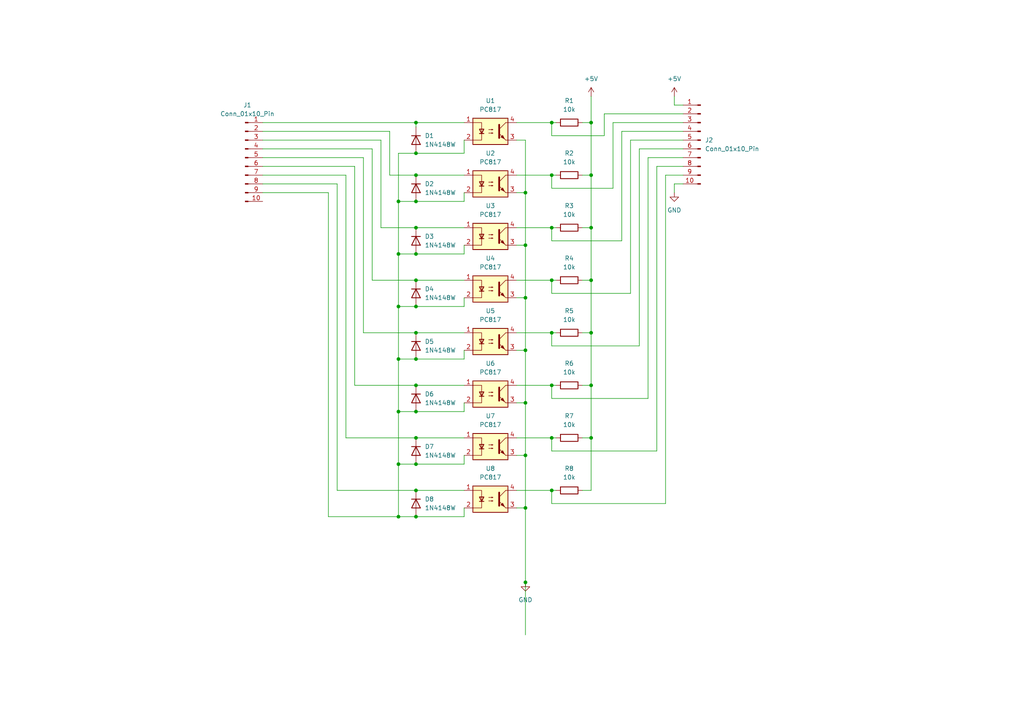
<source format=kicad_sch>
(kicad_sch (version 20231120) (generator "eeschema") (generator_version "8.0")
  (paper "A4")
  (lib_symbols
    (symbol "Connector:Conn_01x10_Pin" (pin_names (offset 1.016) hide)
      (property "Reference" "J" (at 0 12.7 0))
      (property "Value" "Conn_01x10_Pin" (at 0 -15.24 0))
      (symbol "Conn_01x10_Pin_1_1"
        (polyline (pts (xy 1.27 -12.7) (xy 0.8636 -12.7)) (stroke (width 0.1524)))
        (polyline (pts (xy 1.27 -10.16) (xy 0.8636 -10.16)) (stroke (width 0.1524)))
        (polyline (pts (xy 1.27 -7.62) (xy 0.8636 -7.62)) (stroke (width 0.1524)))
        (polyline (pts (xy 1.27 -5.08) (xy 0.8636 -5.08)) (stroke (width 0.1524)))
        (polyline (pts (xy 1.27 -2.54) (xy 0.8636 -2.54)) (stroke (width 0.1524)))
        (polyline (pts (xy 1.27 0) (xy 0.8636 0)) (stroke (width 0.1524)))
        (polyline (pts (xy 1.27 2.54) (xy 0.8636 2.54)) (stroke (width 0.1524)))
        (polyline (pts (xy 1.27 5.08) (xy 0.8636 5.08)) (stroke (width 0.1524)))
        (polyline (pts (xy 1.27 7.62) (xy 0.8636 7.62)) (stroke (width 0.1524)))
        (polyline (pts (xy 1.27 10.16) (xy 0.8636 10.16)) (stroke (width 0.1524)))
        (rectangle (start 0.8636 -12.573) (end 0 -12.827) (stroke (width 0.1524)) (fill (type outline)))
        (rectangle (start 0.8636 -10.033) (end 0 -10.287) (stroke (width 0.1524)) (fill (type outline)))
        (rectangle (start 0.8636 -7.493) (end 0 -7.747) (stroke (width 0.1524)) (fill (type outline)))
        (rectangle (start 0.8636 -4.953) (end 0 -5.207) (stroke (width 0.1524)) (fill (type outline)))
        (rectangle (start 0.8636 -2.413) (end 0 -2.667) (stroke (width 0.1524)) (fill (type outline)))
        (rectangle (start 0.8636 0.127) (end 0 -0.127) (stroke (width 0.1524)) (fill (type outline)))
        (rectangle (start 0.8636 2.667) (end 0 2.413) (stroke (width 0.1524)) (fill (type outline)))
        (rectangle (start 0.8636 5.207) (end 0 4.953) (stroke (width 0.1524)) (fill (type outline)))
        (rectangle (start 0.8636 7.747) (end 0 7.493) (stroke (width 0.1524)) (fill (type outline)))
        (rectangle (start 0.8636 10.287) (end 0 10.033) (stroke (width 0.1524)) (fill (type outline)))
        (pin passive line (at 5.08 10.16 180) (length 3.81) (name "Pin_1") (number "1"))
        (pin passive line (at 5.08 -12.7 180) (length 3.81) (name "Pin_10") (number "10"))
        (pin passive line (at 5.08 7.62 180) (length 3.81) (name "Pin_2") (number "2"))
        (pin passive line (at 5.08 5.08 180) (length 3.81) (name "Pin_3") (number "3"))
        (pin passive line (at 5.08 2.54 180) (length 3.81) (name "Pin_4") (number "4"))
        (pin passive line (at 5.08 0 180) (length 3.81) (name "Pin_5") (number "5"))
        (pin passive line (at 5.08 -2.54 180) (length 3.81) (name "Pin_6") (number "6"))
        (pin passive line (at 5.08 -5.08 180) (length 3.81) (name "Pin_7") (number "7"))
        (pin passive line (at 5.08 -7.62 180) (length 3.81) (name "Pin_8") (number "8"))
        (pin passive line (at 5.08 -10.16 180) (length 3.81) (name "Pin_9") (number "9"))
      )
    )
    (symbol "Device:R" (pin_numbers hide) (pin_names (offset 0))
      (property "Reference" "R" (at 2.032 0 90))
      (property "Value" "R" (at 0 0 90))
      (symbol "R_0_1"
        (rectangle (start -1.016 -2.54) (end 1.016 2.54) (stroke (width 0.254)))
      )
      (symbol "R_1_1"
        (pin passive line (at 0 3.81 270) (length 1.27) (name "~") (number "1"))
        (pin passive line (at 0 -3.81 90) (length 1.27) (name "~") (number "2"))
      )
    )
    (symbol "Diode:1N4148W" (pin_numbers hide) (pin_names hide)
      (property "Reference" "D" (at 0 2.54 0))
      (property "Value" "1N4148W" (at 0 -2.54 0))
      (symbol "1N4148W_0_1"
        (polyline (pts (xy -1.27 1.27) (xy -1.27 -1.27)) (stroke (width 0.254)))
        (polyline (pts (xy 1.27 0) (xy -1.27 0)))
        (polyline (pts (xy 1.27 1.27) (xy 1.27 -1.27) (xy -1.27 0) (xy 1.27 1.27)) (stroke (width 0.254)))
      )
      (symbol "1N4148W_1_1"
        (pin passive line (at -3.81 0 0) (length 2.54) (name "K") (number "1"))
        (pin passive line (at 3.81 0 180) (length 2.54) (name "A") (number "2"))
      )
    )
    (symbol "Isolator:PC817" (pin_names (offset 1.016))
      (property "Reference" "U" (at -5.08 5.08 0))
      (property "Value" "PC817" (at 0 5.08 0))
      (symbol "PC817_0_1"
        (rectangle (start -5.08 3.81) (end 5.08 -3.81) (stroke (width 0.254)) (fill (type background)))
        (polyline (pts (xy -3.175 -0.635) (xy -1.905 -0.635)) (stroke (width 0.254)))
        (polyline (pts (xy 2.54 0.635) (xy 4.445 2.54)))
        (polyline (pts (xy 4.445 -2.54) (xy 2.54 -0.635)) (fill (type outline)))
        (polyline (pts (xy 4.445 -2.54) (xy 5.08 -2.54)))
        (polyline (pts (xy 4.445 2.54) (xy 5.08 2.54)))
        (polyline (pts (xy -5.08 2.54) (xy -2.54 2.54) (xy -2.54 -0.635)))
        (polyline (pts (xy -2.54 -0.635) (xy -2.54 -2.54) (xy -5.08 -2.54)))
        (polyline (pts (xy 2.54 1.905) (xy 2.54 -1.905) (xy 2.54 -1.905)) (stroke (width 0.508)))
        (polyline (pts (xy -2.54 -0.635) (xy -3.175 0.635) (xy -1.905 0.635) (xy -2.54 -0.635)) (stroke (width 0.254)))
        (polyline (pts (xy -0.508 -0.508) (xy 0.762 -0.508) (xy 0.381 -0.635) (xy 0.381 -0.381) (xy 0.762 -0.508)))
        (polyline (pts (xy -0.508 0.508) (xy 0.762 0.508) (xy 0.381 0.381) (xy 0.381 0.635) (xy 0.762 0.508)))
        (polyline (pts (xy 3.048 -1.651) (xy 3.556 -1.143) (xy 4.064 -2.159) (xy 3.048 -1.651) (xy 3.048 -1.651)) (fill (type outline)))
      )
      (symbol "PC817_1_1"
        (pin passive line (at -7.62 2.54 0) (length 2.54) (name "~") (number "1"))
        (pin passive line (at -7.62 -2.54 0) (length 2.54) (name "~") (number "2"))
        (pin passive line (at 7.62 -2.54 180) (length 2.54) (name "~") (number "3"))
        (pin passive line (at 7.62 2.54 180) (length 2.54) (name "~") (number "4"))
      )
    )
    (symbol "power:+5V" (power) (pin_numbers hide) (pin_names (offset 0) hide)
      (property "Value" "+5V" (at 0 3.556 0))
      (symbol "+5V_0_1"
        (polyline (pts (xy -0.762 1.27) (xy 0 2.54)))
        (polyline (pts (xy 0 0) (xy 0 2.54)))
        (polyline (pts (xy 0 2.54) (xy 0.762 1.27)))
      )
      (symbol "+5V_1_1"
        (pin power_in line (at 0 0 90) (length 0) (name "~") (number "1"))
      )
    )
    (symbol "power:GND" (power) (pin_numbers hide) (pin_names (offset 0) hide)
      (property "Value" "GND" (at 0 -3.81 0))
      (symbol "GND_0_1"
        (polyline (pts (xy 0 0) (xy 0 -1.27) (xy 1.27 -1.27) (xy 0 -2.54) (xy -1.27 -1.27) (xy 0 -1.27)))
      )
      (symbol "GND_1_1"
        (pin power_in line (at 0 0 270) (length 0) (name "~") (number "1"))
      )
    )
  )
  (junction (at 120.65 142.24))
  (junction (at 160.02 50.8))
  (junction (at 120.65 66.04))
  (junction (at 152.4 132.08))
  (junction (at 160.02 66.04))
  (junction (at 160.02 35.56))
  (junction (at 120.65 104.14))
  (junction (at 120.65 119.38))
  (junction (at 115.57 119.38))
  (junction (at 120.65 58.42))
  (junction (at 120.65 149.86))
  (junction (at 120.65 111.76))
  (junction (at 120.65 81.28))
  (junction (at 152.4 147.32))
  (junction (at 160.02 111.76))
  (junction (at 120.65 88.9))
  (junction (at 120.65 35.56))
  (junction (at 171.45 66.04))
  (junction (at 160.02 127))
  (junction (at 152.4 168.91))
  (junction (at 120.65 127))
  (junction (at 115.57 104.14))
  (junction (at 152.4 71.12))
  (junction (at 115.57 134.62))
  (junction (at 171.45 127))
  (junction (at 171.45 111.76))
  (junction (at 115.57 88.9))
  (junction (at 160.02 96.52))
  (junction (at 120.65 50.8))
  (junction (at 171.45 81.28))
  (junction (at 115.57 58.42))
  (junction (at 171.45 50.8))
  (junction (at 120.65 44.45))
  (junction (at 152.4 101.6))
  (junction (at 120.65 134.62))
  (junction (at 160.02 142.24))
  (junction (at 120.65 96.52))
  (junction (at 152.4 116.84))
  (junction (at 171.45 96.52))
  (junction (at 115.57 149.86))
  (junction (at 171.45 35.56))
  (junction (at 152.4 86.36))
  (junction (at 115.57 73.66))
  (junction (at 120.65 73.66))
  (junction (at 152.4 55.88))
  (junction (at 160.02 81.28))
  (wire (pts (xy 187.96 45.72) (xy 187.96 115.57)))
  (wire (pts (xy 115.57 134.62) (xy 115.57 149.86)))
  (wire (pts (xy 149.86 142.24) (xy 160.02 142.24)))
  (wire (pts (xy 152.4 101.6) (xy 152.4 116.84)))
  (wire (pts (xy 160.02 96.52) (xy 161.29 96.52)))
  (wire (pts (xy 134.62 73.66) (xy 134.62 71.12)))
  (wire (pts (xy 115.57 73.66) (xy 120.65 73.66)))
  (wire (pts (xy 168.91 142.24) (xy 171.45 142.24)))
  (wire (pts (xy 120.65 66.04) (xy 134.62 66.04)))
  (wire (pts (xy 115.57 119.38) (xy 120.65 119.38)))
  (wire (pts (xy 152.4 168.91) (xy 152.4 184.15)))
  (wire (pts (xy 149.86 71.12) (xy 152.4 71.12)))
  (wire (pts (xy 195.58 53.34) (xy 195.58 55.88)))
  (wire (pts (xy 160.02 85.09) (xy 182.88 85.09)))
  (wire (pts (xy 152.4 116.84) (xy 152.4 132.08)))
  (wire (pts (xy 152.4 55.88) (xy 152.4 71.12)))
  (wire (pts (xy 160.02 50.8) (xy 161.29 50.8)))
  (wire (pts (xy 160.02 35.56) (xy 160.02 39.37)))
  (wire (pts (xy 160.02 54.61) (xy 177.8 54.61)))
  (wire (pts (xy 175.26 33.02) (xy 175.26 39.37)))
  (wire (pts (xy 160.02 66.04) (xy 160.02 69.85)))
  (wire (pts (xy 120.65 88.9) (xy 134.62 88.9)))
  (wire (pts (xy 152.4 86.36) (xy 152.4 101.6)))
  (wire (pts (xy 76.2 48.26) (xy 102.87 48.26)))
  (wire (pts (xy 105.41 96.52) (xy 120.65 96.52)))
  (wire (pts (xy 115.57 119.38) (xy 115.57 134.62)))
  (wire (pts (xy 134.62 88.9) (xy 134.62 86.36)))
  (wire (pts (xy 160.02 127) (xy 161.29 127)))
  (wire (pts (xy 168.91 111.76) (xy 171.45 111.76)))
  (wire (pts (xy 76.2 50.8) (xy 100.33 50.8)))
  (wire (pts (xy 168.91 50.8) (xy 171.45 50.8)))
  (wire (pts (xy 113.03 50.8) (xy 120.65 50.8)))
  (wire (pts (xy 120.65 119.38) (xy 134.62 119.38)))
  (wire (pts (xy 160.02 127) (xy 160.02 130.81)))
  (wire (pts (xy 100.33 127) (xy 120.65 127)))
  (wire (pts (xy 102.87 111.76) (xy 120.65 111.76)))
  (wire (pts (xy 168.91 35.56) (xy 171.45 35.56)))
  (wire (pts (xy 185.42 43.18) (xy 198.12 43.18)))
  (wire (pts (xy 76.2 35.56) (xy 120.65 35.56)))
  (wire (pts (xy 115.57 88.9) (xy 115.57 104.14)))
  (wire (pts (xy 115.57 104.14) (xy 120.65 104.14)))
  (wire (pts (xy 177.8 35.56) (xy 198.12 35.56)))
  (wire (pts (xy 102.87 48.26) (xy 102.87 111.76)))
  (wire (pts (xy 168.91 96.52) (xy 171.45 96.52)))
  (wire (pts (xy 160.02 35.56) (xy 161.29 35.56)))
  (wire (pts (xy 95.25 55.88) (xy 95.25 149.86)))
  (wire (pts (xy 120.65 35.56) (xy 120.65 36.83)))
  (wire (pts (xy 120.65 149.86) (xy 134.62 149.86)))
  (wire (pts (xy 76.2 40.64) (xy 110.49 40.64)))
  (wire (pts (xy 182.88 40.64) (xy 198.12 40.64)))
  (wire (pts (xy 120.65 142.24) (xy 134.62 142.24)))
  (wire (pts (xy 198.12 33.02) (xy 175.26 33.02)))
  (wire (pts (xy 120.65 35.56) (xy 134.62 35.56)))
  (wire (pts (xy 193.04 146.05) (xy 193.04 50.8)))
  (wire (pts (xy 160.02 66.04) (xy 161.29 66.04)))
  (wire (pts (xy 134.62 40.64) (xy 134.62 44.45)))
  (wire (pts (xy 152.4 40.64) (xy 152.4 55.88)))
  (wire (pts (xy 149.86 116.84) (xy 152.4 116.84)))
  (wire (pts (xy 115.57 44.45) (xy 115.57 58.42)))
  (wire (pts (xy 190.5 48.26) (xy 198.12 48.26)))
  (wire (pts (xy 171.45 81.28) (xy 171.45 96.52)))
  (wire (pts (xy 171.45 127) (xy 171.45 142.24)))
  (wire (pts (xy 180.34 69.85) (xy 160.02 69.85)))
  (wire (pts (xy 198.12 30.48) (xy 195.58 30.48)))
  (wire (pts (xy 134.62 104.14) (xy 134.62 101.6)))
  (wire (pts (xy 160.02 81.28) (xy 161.29 81.28)))
  (wire (pts (xy 187.96 45.72) (xy 198.12 45.72)))
  (wire (pts (xy 76.2 45.72) (xy 105.41 45.72)))
  (wire (pts (xy 134.62 149.86) (xy 134.62 147.32)))
  (wire (pts (xy 107.95 43.18) (xy 107.95 81.28)))
  (wire (pts (xy 171.45 27.94) (xy 171.45 35.56)))
  (wire (pts (xy 160.02 100.33) (xy 185.42 100.33)))
  (wire (pts (xy 152.4 71.12) (xy 152.4 86.36)))
  (wire (pts (xy 168.91 66.04) (xy 171.45 66.04)))
  (wire (pts (xy 95.25 149.86) (xy 115.57 149.86)))
  (wire (pts (xy 171.45 111.76) (xy 171.45 127)))
  (wire (pts (xy 160.02 111.76) (xy 160.02 115.57)))
  (wire (pts (xy 152.4 132.08) (xy 152.4 147.32)))
  (wire (pts (xy 107.95 81.28) (xy 120.65 81.28)))
  (wire (pts (xy 185.42 43.18) (xy 185.42 100.33)))
  (wire (pts (xy 160.02 81.28) (xy 160.02 85.09)))
  (wire (pts (xy 171.45 50.8) (xy 171.45 66.04)))
  (wire (pts (xy 115.57 104.14) (xy 115.57 119.38)))
  (wire (pts (xy 105.41 45.72) (xy 105.41 96.52)))
  (wire (pts (xy 76.2 53.34) (xy 97.79 53.34)))
  (wire (pts (xy 120.65 134.62) (xy 134.62 134.62)))
  (wire (pts (xy 149.86 50.8) (xy 160.02 50.8)))
  (wire (pts (xy 160.02 111.76) (xy 161.29 111.76)))
  (wire (pts (xy 160.02 39.37) (xy 175.26 39.37)))
  (wire (pts (xy 149.86 127) (xy 160.02 127)))
  (wire (pts (xy 134.62 134.62) (xy 134.62 132.08)))
  (wire (pts (xy 134.62 58.42) (xy 134.62 55.88)))
  (wire (pts (xy 120.65 111.76) (xy 134.62 111.76)))
  (wire (pts (xy 180.34 38.1) (xy 198.12 38.1)))
  (wire (pts (xy 152.4 147.32) (xy 152.4 168.91)))
  (wire (pts (xy 195.58 30.48) (xy 195.58 27.94)))
  (wire (pts (xy 120.65 73.66) (xy 134.62 73.66)))
  (wire (pts (xy 97.79 53.34) (xy 97.79 142.24)))
  (wire (pts (xy 160.02 142.24) (xy 161.29 142.24)))
  (wire (pts (xy 110.49 40.64) (xy 110.49 66.04)))
  (wire (pts (xy 115.57 88.9) (xy 120.65 88.9)))
  (wire (pts (xy 193.04 50.8) (xy 198.12 50.8)))
  (wire (pts (xy 120.65 81.28) (xy 134.62 81.28)))
  (wire (pts (xy 160.02 115.57) (xy 187.96 115.57)))
  (wire (pts (xy 190.5 130.81) (xy 190.5 48.26)))
  (wire (pts (xy 115.57 73.66) (xy 115.57 88.9)))
  (wire (pts (xy 168.91 127) (xy 171.45 127)))
  (wire (pts (xy 177.8 54.61) (xy 177.8 35.56)))
  (wire (pts (xy 134.62 119.38) (xy 134.62 116.84)))
  (wire (pts (xy 120.65 127) (xy 134.62 127)))
  (wire (pts (xy 160.02 96.52) (xy 160.02 100.33)))
  (wire (pts (xy 76.2 38.1) (xy 113.03 38.1)))
  (wire (pts (xy 115.57 58.42) (xy 120.65 58.42)))
  (wire (pts (xy 120.65 104.14) (xy 134.62 104.14)))
  (wire (pts (xy 198.12 53.34) (xy 195.58 53.34)))
  (wire (pts (xy 149.86 132.08) (xy 152.4 132.08)))
  (wire (pts (xy 171.45 35.56) (xy 171.45 50.8)))
  (wire (pts (xy 115.57 134.62) (xy 120.65 134.62)))
  (wire (pts (xy 149.86 101.6) (xy 152.4 101.6)))
  (wire (pts (xy 160.02 142.24) (xy 160.02 146.05)))
  (wire (pts (xy 149.86 86.36) (xy 152.4 86.36)))
  (wire (pts (xy 120.65 44.45) (xy 134.62 44.45)))
  (wire (pts (xy 168.91 81.28) (xy 171.45 81.28)))
  (wire (pts (xy 149.86 66.04) (xy 160.02 66.04)))
  (wire (pts (xy 115.57 149.86) (xy 120.65 149.86)))
  (wire (pts (xy 180.34 38.1) (xy 180.34 69.85)))
  (wire (pts (xy 97.79 142.24) (xy 120.65 142.24)))
  (wire (pts (xy 115.57 44.45) (xy 120.65 44.45)))
  (wire (pts (xy 120.65 96.52) (xy 134.62 96.52)))
  (wire (pts (xy 115.57 58.42) (xy 115.57 73.66)))
  (wire (pts (xy 160.02 146.05) (xy 193.04 146.05)))
  (wire (pts (xy 149.86 55.88) (xy 152.4 55.88)))
  (wire (pts (xy 149.86 111.76) (xy 160.02 111.76)))
  (wire (pts (xy 171.45 66.04) (xy 171.45 81.28)))
  (wire (pts (xy 110.49 66.04) (xy 120.65 66.04)))
  (wire (pts (xy 160.02 130.81) (xy 190.5 130.81)))
  (wire (pts (xy 149.86 40.64) (xy 152.4 40.64)))
  (wire (pts (xy 76.2 43.18) (xy 107.95 43.18)))
  (wire (pts (xy 182.88 40.64) (xy 182.88 85.09)))
  (wire (pts (xy 113.03 38.1) (xy 113.03 50.8)))
  (wire (pts (xy 100.33 50.8) (xy 100.33 127)))
  (wire (pts (xy 120.65 58.42) (xy 134.62 58.42)))
  (wire (pts (xy 149.86 35.56) (xy 160.02 35.56)))
  (wire (pts (xy 76.2 55.88) (xy 95.25 55.88)))
  (wire (pts (xy 149.86 81.28) (xy 160.02 81.28)))
  (wire (pts (xy 149.86 147.32) (xy 152.4 147.32)))
  (wire (pts (xy 120.65 50.8) (xy 134.62 50.8)))
  (wire (pts (xy 149.86 96.52) (xy 160.02 96.52)))
  (wire (pts (xy 171.45 96.52) (xy 171.45 111.76)))
  (wire (pts (xy 160.02 50.8) (xy 160.02 54.61)))
  (symbol (lib_id "Connector:Conn_01x10_Pin") (at 71.12 45.72 0) (unit 1)
    (property "Reference" "J1" (at 71.755 30.48 0))
    (property "Value" "Conn_01x10_Pin" (at 71.755 33.02 0))
    (property "Footprint" "Connector_PinHeader_2.54mm:PinHeader_1x10_P2.54mm_Vertical_SMD_Pin1Left" (effects (hide yes)))
    (property "Description" "Generic connector, single row, 01x10, script generated" (effects (hide yes)))
  )
  (symbol (lib_id "Diode:1N4148W") (at 120.65 85.09 270) (unit 1)
    (property "Reference" "D4" (at 123.19 83.8199 90) (effects (justify left)))
    (property "Value" "1N4148W" (at 123.19 86.3599 90) (effects (justify left)))
    (property "Footprint" "Diode_SMD:D_SOD-123" (effects (hide yes)))
    (property "Datasheet" "https://www.vishay.com/docs/85748/1n4148w.pdf" (effects (hide yes)))
    (property "Description" "75V 0.15A Fast Switching Diode, SOD-123" (effects (hide yes)))
    (property "Sim.Device" "D" (effects (hide yes)))
    (property "Sim.Pins" "1=K 2=A" (effects (hide yes)))
  )
  (symbol (lib_id "Diode:1N4148W") (at 120.65 54.61 270) (unit 1)
    (property "Reference" "D2" (at 123.19 53.3399 90) (effects (justify left)))
    (property "Value" "1N4148W" (at 123.19 55.8799 90) (effects (justify left)))
    (property "Footprint" "Diode_SMD:D_SOD-123" (effects (hide yes)))
    (property "Datasheet" "https://www.vishay.com/docs/85748/1n4148w.pdf" (effects (hide yes)))
    (property "Description" "75V 0.15A Fast Switching Diode, SOD-123" (effects (hide yes)))
    (property "Sim.Device" "D" (effects (hide yes)))
    (property "Sim.Pins" "1=K 2=A" (effects (hide yes)))
  )
  (symbol (lib_id "Diode:1N4148W") (at 120.65 115.57 270) (unit 1)
    (property "Reference" "D6" (at 123.19 114.2999 90) (effects (justify left)))
    (property "Value" "1N4148W" (at 123.19 116.8399 90) (effects (justify left)))
    (property "Footprint" "Diode_SMD:D_SOD-123" (effects (hide yes)))
    (property "Datasheet" "https://www.vishay.com/docs/85748/1n4148w.pdf" (effects (hide yes)))
    (property "Description" "75V 0.15A Fast Switching Diode, SOD-123" (effects (hide yes)))
    (property "Sim.Device" "D" (effects (hide yes)))
    (property "Sim.Pins" "1=K 2=A" (effects (hide yes)))
  )
  (symbol (lib_id "Isolator:PC817") (at 142.24 38.1 0) (unit 1)
    (property "Reference" "U1" (at 142.24 29.21 0))
    (property "Value" "PC817" (at 142.24 31.75 0))
    (property "Footprint" "Package_SO:SOP-4_3.8x4.1mm_P2.54mm" (effects (hide yes)))
    (property "Datasheet" "http://www.soselectronic.cz/a_info/resource/d/pc817.pdf" (effects (hide yes)))
    (property "Description" "DC Optocoupler, Vce 35V, CTR 50-300%, DIP-4" (effects (hide yes)))
  )
  (symbol (lib_id "Device:R") (at 165.1 127 90) (unit 1)
    (property "Reference" "R7" (at 165.1 120.65 90))
    (property "Value" "10k" (at 165.1 123.19 90))
    (property "Footprint" "Resistor_SMD:R_1206_3216Metric_Pad1.30x1.75mm_HandSolder" (effects (hide yes)))
    (property "Description" "Resistor" (effects (hide yes)))
  )
  (symbol (lib_id "Diode:1N4148W") (at 120.65 69.85 270) (unit 1)
    (property "Reference" "D3" (at 123.19 68.5799 90) (effects (justify left)))
    (property "Value" "1N4148W" (at 123.19 71.1199 90) (effects (justify left)))
    (property "Footprint" "Diode_SMD:D_SOD-123" (effects (hide yes)))
    (property "Datasheet" "https://www.vishay.com/docs/85748/1n4148w.pdf" (effects (hide yes)))
    (property "Description" "75V 0.15A Fast Switching Diode, SOD-123" (effects (hide yes)))
    (property "Sim.Device" "D" (effects (hide yes)))
    (property "Sim.Pins" "1=K 2=A" (effects (hide yes)))
  )
  (symbol (lib_id "power:GND") (at 195.58 55.88 0) (unit 1)
    (property "Reference" "#PWR02" (effects (hide yes)))
    (property "Value" "GND" (at 195.58 60.96 0))
    (property "Description" "Power symbol creates a global label with name \"GND\" , ground" (effects (hide yes)))
  )
  (symbol (lib_id "power:GND") (at 152.4 168.91 0) (unit 1)
    (property "Reference" "#PWR04" (effects (hide yes)))
    (property "Value" "GND" (at 152.4 173.99 0))
    (property "Description" "Power symbol creates a global label with name \"GND\" , ground" (effects (hide yes)))
  )
  (symbol (lib_id "Device:R") (at 165.1 35.56 90) (unit 1)
    (property "Reference" "R1" (at 165.1 29.21 90))
    (property "Value" "10k" (at 165.1 31.75 90))
    (property "Footprint" "Resistor_SMD:R_1206_3216Metric_Pad1.30x1.75mm_HandSolder" (effects (hide yes)))
    (property "Description" "Resistor" (effects (hide yes)))
  )
  (symbol (lib_id "power:+5V") (at 171.45 27.94 0) (unit 1)
    (property "Reference" "#PWR03" (effects (hide yes)))
    (property "Value" "+5V" (at 171.45 22.86 0))
    (property "Description" "Power symbol creates a global label with name \"+5V\"" (effects (hide yes)))
  )
  (symbol (lib_id "power:+5V") (at 195.58 27.94 0) (unit 1)
    (property "Reference" "#PWR01" (effects (hide yes)))
    (property "Value" "+5V" (at 195.58 22.86 0))
    (property "Description" "Power symbol creates a global label with name \"+5V\"" (effects (hide yes)))
  )
  (symbol (lib_id "Device:R") (at 165.1 50.8 90) (unit 1)
    (property "Reference" "R2" (at 165.1 44.45 90))
    (property "Value" "10k" (at 165.1 46.99 90))
    (property "Footprint" "Resistor_SMD:R_1206_3216Metric_Pad1.30x1.75mm_HandSolder" (effects (hide yes)))
    (property "Description" "Resistor" (effects (hide yes)))
  )
  (symbol (lib_id "Device:R") (at 165.1 111.76 90) (unit 1)
    (property "Reference" "R6" (at 165.1 105.41 90))
    (property "Value" "10k" (at 165.1 107.95 90))
    (property "Footprint" "Resistor_SMD:R_1206_3216Metric_Pad1.30x1.75mm_HandSolder" (effects (hide yes)))
    (property "Description" "Resistor" (effects (hide yes)))
  )
  (symbol (lib_id "Isolator:PC817") (at 142.24 83.82 0) (unit 1)
    (property "Reference" "U4" (at 142.24 74.93 0))
    (property "Value" "PC817" (at 142.24 77.47 0))
    (property "Footprint" "Package_SO:SOP-4_3.8x4.1mm_P2.54mm" (effects (hide yes)))
    (property "Datasheet" "http://www.soselectronic.cz/a_info/resource/d/pc817.pdf" (effects (hide yes)))
    (property "Description" "DC Optocoupler, Vce 35V, CTR 50-300%, DIP-4" (effects (hide yes)))
  )
  (symbol (lib_id "Device:R") (at 165.1 96.52 90) (unit 1)
    (property "Reference" "R5" (at 165.1 90.17 90))
    (property "Value" "10k" (at 165.1 92.71 90))
    (property "Footprint" "Resistor_SMD:R_1206_3216Metric_Pad1.30x1.75mm_HandSolder" (effects (hide yes)))
    (property "Description" "Resistor" (effects (hide yes)))
  )
  (symbol (lib_id "Connector:Conn_01x10_Pin") (at 203.2 40.64 0) (mirror y) (unit 1)
    (property "Reference" "J2" (at 204.47 40.6399 0) (effects (justify right)))
    (property "Value" "Conn_01x10_Pin" (at 204.47 43.1799 0) (effects (justify right)))
    (property "Footprint" "Connector_PinHeader_2.54mm:PinHeader_1x10_P2.54mm_Vertical_SMD_Pin1Left" (effects (hide yes)))
    (property "Description" "Generic connector, single row, 01x10, script generated" (effects (hide yes)))
  )
  (symbol (lib_id "Isolator:PC817") (at 142.24 114.3 0) (unit 1)
    (property "Reference" "U6" (at 142.24 105.41 0))
    (property "Value" "PC817" (at 142.24 107.95 0))
    (property "Footprint" "Package_SO:SOP-4_3.8x4.1mm_P2.54mm" (effects (hide yes)))
    (property "Datasheet" "http://www.soselectronic.cz/a_info/resource/d/pc817.pdf" (effects (hide yes)))
    (property "Description" "DC Optocoupler, Vce 35V, CTR 50-300%, DIP-4" (effects (hide yes)))
  )
  (symbol (lib_id "Diode:1N4148W") (at 120.65 40.64 270) (unit 1)
    (property "Reference" "D1" (at 123.19 39.3699 90) (effects (justify left)))
    (property "Value" "1N4148W" (at 123.19 41.9099 90) (effects (justify left)))
    (property "Footprint" "Diode_SMD:D_SOD-123" (effects (hide yes)))
    (property "Datasheet" "https://www.vishay.com/docs/85748/1n4148w.pdf" (effects (hide yes)))
    (property "Description" "75V 0.15A Fast Switching Diode, SOD-123" (effects (hide yes)))
    (property "Sim.Device" "D" (effects (hide yes)))
    (property "Sim.Pins" "1=K 2=A" (effects (hide yes)))
  )
  (symbol (lib_id "Isolator:PC817") (at 142.24 144.78 0) (unit 1)
    (property "Reference" "U8" (at 142.24 135.89 0))
    (property "Value" "PC817" (at 142.24 138.43 0))
    (property "Footprint" "Package_SO:SOP-4_3.8x4.1mm_P2.54mm" (effects (hide yes)))
    (property "Datasheet" "http://www.soselectronic.cz/a_info/resource/d/pc817.pdf" (effects (hide yes)))
    (property "Description" "DC Optocoupler, Vce 35V, CTR 50-300%, DIP-4" (effects (hide yes)))
  )
  (symbol (lib_id "Isolator:PC817") (at 142.24 99.06 0) (unit 1)
    (property "Reference" "U5" (at 142.24 90.17 0))
    (property "Value" "PC817" (at 142.24 92.71 0))
    (property "Footprint" "Package_SO:SOP-4_3.8x4.1mm_P2.54mm" (effects (hide yes)))
    (property "Datasheet" "http://www.soselectronic.cz/a_info/resource/d/pc817.pdf" (effects (hide yes)))
    (property "Description" "DC Optocoupler, Vce 35V, CTR 50-300%, DIP-4" (effects (hide yes)))
  )
  (symbol (lib_id "Isolator:PC817") (at 142.24 129.54 0) (unit 1)
    (property "Reference" "U7" (at 142.24 120.65 0))
    (property "Value" "PC817" (at 142.24 123.19 0))
    (property "Footprint" "Package_SO:SOP-4_3.8x4.1mm_P2.54mm" (effects (hide yes)))
    (property "Datasheet" "http://www.soselectronic.cz/a_info/resource/d/pc817.pdf" (effects (hide yes)))
    (property "Description" "DC Optocoupler, Vce 35V, CTR 50-300%, DIP-4" (effects (hide yes)))
  )
  (symbol (lib_id "Diode:1N4148W") (at 120.65 146.05 270) (unit 1)
    (property "Reference" "D8" (at 123.19 144.7799 90) (effects (justify left)))
    (property "Value" "1N4148W" (at 123.19 147.3199 90) (effects (justify left)))
    (property "Footprint" "Diode_SMD:D_SOD-123" (effects (hide yes)))
    (property "Datasheet" "https://www.vishay.com/docs/85748/1n4148w.pdf" (effects (hide yes)))
    (property "Description" "75V 0.15A Fast Switching Diode, SOD-123" (effects (hide yes)))
    (property "Sim.Device" "D" (effects (hide yes)))
    (property "Sim.Pins" "1=K 2=A" (effects (hide yes)))
  )
  (symbol (lib_id "Device:R") (at 165.1 81.28 90) (unit 1)
    (property "Reference" "R4" (at 165.1 74.93 90))
    (property "Value" "10k" (at 165.1 77.47 90))
    (property "Footprint" "Resistor_SMD:R_1206_3216Metric_Pad1.30x1.75mm_HandSolder" (effects (hide yes)))
    (property "Description" "Resistor" (effects (hide yes)))
  )
  (symbol (lib_id "Device:R") (at 165.1 142.24 90) (unit 1)
    (property "Reference" "R8" (at 165.1 135.89 90))
    (property "Value" "10k" (at 165.1 138.43 90))
    (property "Footprint" "Resistor_SMD:R_1206_3216Metric_Pad1.30x1.75mm_HandSolder" (effects (hide yes)))
    (property "Description" "Resistor" (effects (hide yes)))
  )
  (symbol (lib_id "Diode:1N4148W") (at 120.65 100.33 270) (unit 1)
    (property "Reference" "D5" (at 123.19 99.0599 90) (effects (justify left)))
    (property "Value" "1N4148W" (at 123.19 101.5999 90) (effects (justify left)))
    (property "Footprint" "Diode_SMD:D_SOD-123" (effects (hide yes)))
    (property "Datasheet" "https://www.vishay.com/docs/85748/1n4148w.pdf" (effects (hide yes)))
    (property "Description" "75V 0.15A Fast Switching Diode, SOD-123" (effects (hide yes)))
    (property "Sim.Device" "D" (effects (hide yes)))
    (property "Sim.Pins" "1=K 2=A" (effects (hide yes)))
  )
  (symbol (lib_id "Device:R") (at 165.1 66.04 90) (unit 1)
    (property "Reference" "R3" (at 165.1 59.69 90))
    (property "Value" "10k" (at 165.1 62.23 90))
    (property "Footprint" "Resistor_SMD:R_1206_3216Metric_Pad1.30x1.75mm_HandSolder" (effects (hide yes)))
    (property "Description" "Resistor" (effects (hide yes)))
  )
  (symbol (lib_id "Diode:1N4148W") (at 120.65 130.81 270) (unit 1)
    (property "Reference" "D7" (at 123.19 129.5399 90) (effects (justify left)))
    (property "Value" "1N4148W" (at 123.19 132.0799 90) (effects (justify left)))
    (property "Footprint" "Diode_SMD:D_SOD-123" (effects (hide yes)))
    (property "Datasheet" "https://www.vishay.com/docs/85748/1n4148w.pdf" (effects (hide yes)))
    (property "Description" "75V 0.15A Fast Switching Diode, SOD-123" (effects (hide yes)))
    (property "Sim.Device" "D" (effects (hide yes)))
    (property "Sim.Pins" "1=K 2=A" (effects (hide yes)))
  )
  (symbol (lib_id "Isolator:PC817") (at 142.24 68.58 0) (unit 1)
    (property "Reference" "U3" (at 142.24 59.69 0))
    (property "Value" "PC817" (at 142.24 62.23 0))
    (property "Footprint" "Package_SO:SOP-4_3.8x4.1mm_P2.54mm" (effects (hide yes)))
    (property "Datasheet" "http://www.soselectronic.cz/a_info/resource/d/pc817.pdf" (effects (hide yes)))
    (property "Description" "DC Optocoupler, Vce 35V, CTR 50-300%, DIP-4" (effects (hide yes)))
  )
  (symbol (lib_id "Isolator:PC817") (at 142.24 53.34 0) (unit 1)
    (property "Reference" "U2" (at 142.24 44.45 0))
    (property "Value" "PC817" (at 142.24 46.99 0))
    (property "Footprint" "Package_SO:SOP-4_3.8x4.1mm_P2.54mm" (effects (hide yes)))
    (property "Datasheet" "http://www.soselectronic.cz/a_info/resource/d/pc817.pdf" (effects (hide yes)))
    (property "Description" "DC Optocoupler, Vce 35V, CTR 50-300%, DIP-4" (effects (hide yes)))
  )
)
</source>
